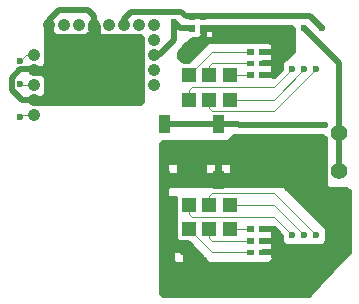
<source format=gtl>
*
%FSLAX33Y33*%
%MOMM*%
%ADD10C,0.500000*%
%ADD11C,0.600000*%
%ADD12C,0.050800*%
%ADD13R,0.152400X0.152400*%
%ADD14C,0.152400*%
%ADD15C,0.127000*%
%ADD16C,0.076200*%
%ADD17C,0.025400*%
%ADD18C,0.025000*%
%ADD19R,0.482600X0.482600*%
%ADD20R,0.050800X0.050800*%
%ADD21R,0.736600X0.736600*%
%ADD22C,0.101600*%
%ADD23R,1.244600X1.244600*%
%ADD24R,2.235200X2.235200*%
%ADD25R,1.397000X1.397000*%
%ADD26C,1.397000*%
%ADD27C,1.092200*%
%ADD28R,0.533400X0.533400*%
%ADD29C,0.533400*%
%ADD30C,0.508000*%
%ADD31C,0.355600*%
%ADD32R,1.498600X1.498600*%
%ADD33R,0.990600X0.990600*%
%ADD34R,1.727200X1.727200*%
%ADD35R,0.406400X0.406400*%
%ADD36C,0.406400*%
%ADD37C,0.381000*%
%ADD38C,0.279400*%
%ADD39R,0.279400X0.279400*%
%ADD40C,0.254000*%
%ADD41C,0.203200*%
%ADD42R,0.203200X0.203200*%
%ADD43C,0.330200*%
%ADD44R,1.625600X1.625600*%
%ADD45C,3.175000*%
%ADD46C,2.590800*%
%ADD47C,0.304800*%
%ADD48C,0.177800*%
%ADD49R,0.228600X0.228600*%
%ADD50C,1.400000*%
%ADD51R,0.900000X0.900000*%
%ADD52R,0.500000X0.500000*%
%ADD53C,1.050000*%
%ADD54C,0.120000*%
%ADD55R,1.200000X1.200000*%
%IPPOS*%
%LNtop*%
%LPD*%
G54D10*
X9250Y23750D02*
Y24500D01*
X8750Y25000D01*
X6250D01*
X5440Y24190D01*
Y23750D01*
X4110Y20000D02*
X3000D01*
X2250Y19250D01*
Y18250D01*
X3100Y17400D01*
X4170D01*
X23500Y19500D02*
X24500D01*
G54D11*
D03*
G54D10*
X23500Y20500D02*
X24500D01*
G54D11*
D03*
G54D10*
X23500Y21500D02*
X24500D01*
G54D11*
D03*
G54D10*
X23500Y4500D02*
X24500D01*
G54D11*
D03*
G54D10*
X23500Y5500D02*
X24500D01*
G54D11*
D03*
G54D10*
X23500Y6500D02*
X24500D01*
G54D11*
D03*
X9500Y22000D03*
G54D10*
X4110Y20000D02*
X4170Y19940D01*
G54D12*
X9489Y23975D02*
X9725Y23739D01*
Y22975D01*
X13239D01*
X13475Y22739D01*
Y17261D01*
X13239Y17025D01*
X4025D01*
Y17725D01*
X4761D01*
X5025Y17989D01*
Y19261D01*
X4761Y19525D01*
X4025D01*
Y20225D01*
X4761D01*
X5025Y20489D01*
Y23739D01*
X5261Y23975D01*
X5489D01*
X5725Y23739D01*
Y23239D01*
X5989Y22975D01*
X8511D01*
X8775Y23239D01*
Y23739D01*
X9011Y23975D01*
X9489D01*
X4826Y17750D02*
X13449D01*
X5051Y18000D02*
X13449D01*
X5051Y19250D02*
X13449D01*
X4826Y19500D02*
X13449D01*
X4826Y20250D02*
X13449D01*
X5051Y20500D02*
X13449D01*
X5076Y23750D02*
X5674D01*
X5051Y23250D02*
X5699D01*
X5051Y23000D02*
X5924D01*
X8576D02*
X9699D01*
X8801Y23250D02*
X9699D01*
X8826Y23750D02*
X9674D01*
X5051Y22750D02*
X13424D01*
X4051Y17250D02*
X13424D01*
G54D13*
X4076Y17076D02*
Y17174D01*
G54D14*
Y17076D02*
X13218D01*
G54D15*
X4063Y17186D02*
X13347D01*
X4063Y17187D02*
X13347D01*
X13224Y17064D02*
X13347Y17187D01*
X4063Y17064D02*
X13224D01*
G54D16*
X4038Y17212D02*
X13408D01*
X13234Y17038D02*
X13408Y17212D01*
X4038Y17038D02*
X13234D01*
G54D17*
X4013Y17237D02*
X13469D01*
X13245Y17013D02*
X13469Y17237D01*
X4013Y17013D02*
X13245D01*
G54D18*
X4012Y17238D02*
X13470D01*
X13245Y17013D02*
X13470Y17238D01*
G54D19*
X4241Y17491D02*
X13259D01*
G54D20*
X4025Y17725D02*
X13475D01*
G54D21*
X4368Y19868D02*
X13132D01*
G54D20*
X4025Y20225D02*
X13475D01*
G54D13*
X13424Y17826D02*
Y17924D01*
G54D14*
X4934Y17826D02*
X13424D01*
G54D15*
X5026Y17936D02*
X13436D01*
G54D22*
X4786Y17714D02*
X5036Y17964D01*
X5021Y17949D02*
X13449D01*
X4873Y17801D02*
X13449D01*
G54D13*
X13424Y19326D02*
Y19424D01*
G54D14*
X5032Y19326D02*
X13424D01*
G54D15*
X4903Y19436D02*
X13436D01*
X4903Y19437D02*
X13436D01*
X5026Y19314D02*
X13436D01*
X4795Y19545D02*
X5045Y19295D01*
G54D13*
X13424Y20326D02*
Y20424D01*
G54D14*
X4934Y20326D02*
X13424D01*
G54D15*
X5026Y20436D02*
X13436D01*
G54D22*
X4786Y20214D02*
X5036Y20464D01*
X5021Y20449D02*
X13449D01*
X4873Y20301D02*
X13449D01*
G54D23*
X5622Y18622D02*
X12878D01*
G54D20*
X5025Y19225D02*
X13475D01*
G54D24*
X6118Y21618D02*
X12382D01*
G54D20*
X5025Y22725D02*
X13475D01*
G54D13*
X5076Y22826D02*
Y22924D01*
G54D14*
Y22826D02*
X13316D01*
G54D15*
X5064Y22936D02*
X13224D01*
G54D22*
X5051Y22949D02*
X13229D01*
X13377Y22801D01*
X5051D02*
X13377D01*
G54D12*
X5025Y22975D02*
X13239D01*
X13439Y22775D01*
X5025D02*
X13439D01*
G54D18*
X13245Y22987D02*
X13470Y22763D01*
X5013D02*
X13470D01*
G54D13*
X5076Y23076D02*
Y23174D01*
G54D14*
Y23076D02*
X5816D01*
G54D15*
X5064Y23186D02*
X5724D01*
G54D22*
X5051Y23199D02*
X5729D01*
X5714Y23214D02*
X5964Y22964D01*
X5051Y23051D02*
X5877D01*
G54D19*
X5241Y23491D02*
X5509D01*
G54D20*
X5025Y23725D02*
X5725D01*
G54D14*
X5184Y23826D02*
X5566D01*
G54D15*
X5276Y23936D02*
X5474D01*
G54D22*
X5123Y23801D02*
X5271Y23949D01*
X5479D01*
X5627Y23801D01*
X5123D02*
X5627D01*
G54D12*
X5061Y23775D02*
X5261Y23975D01*
X5489D01*
X5689Y23775D01*
X5061D02*
X5689D01*
G54D18*
X5030Y23763D02*
X5255Y23987D01*
X5495D02*
X5720Y23763D01*
X5030D02*
X5720D01*
G54D13*
X9674Y23076D02*
Y23174D01*
G54D14*
X8684Y23076D02*
X9674D01*
G54D15*
X8776Y23186D02*
X9686D01*
G54D22*
X8536Y22964D02*
X8786Y23214D01*
X8771Y23199D02*
X9699D01*
X8623Y23051D02*
X9699D01*
G54D19*
X8991Y23491D02*
X9509D01*
G54D20*
X8775Y23725D02*
X9725D01*
G54D14*
X8934Y23826D02*
X9566D01*
G54D15*
X9026Y23936D02*
X9474D01*
G54D22*
X8873Y23801D02*
X9021Y23949D01*
X9479D01*
X9627Y23801D01*
X8873D02*
X9627D01*
G54D12*
X8811Y23775D02*
X9011Y23975D01*
X9489D01*
X9689Y23775D01*
X8811D02*
X9689D01*
G54D18*
X8780Y23763D02*
X9005Y23987D01*
X9495D02*
X9720Y23763D01*
X8780D02*
X9720D01*
G54D11*
X12500Y18750D03*
G54D12*
X14775Y1011D02*
Y13739D01*
X15011Y13975D01*
X20511D01*
X21011Y14475D01*
X28739D01*
X28975Y14239D01*
Y10239D01*
X29239Y9975D01*
X30739D01*
X30975Y9739D01*
Y4510D01*
X27489Y775D01*
X15011D01*
X14775Y1011D01*
X15475Y9225D02*
X16225D01*
Y5739D01*
X16489Y5475D01*
X17239D01*
X18989Y3725D01*
X24011D01*
X24275Y3989D01*
Y6725D01*
X24489D01*
X25225Y5989D01*
Y5489D01*
X25489Y5225D01*
X28511D01*
X28775Y5489D01*
Y6511D01*
X25261Y10025D01*
X15475D01*
Y9225D01*
Y11225D02*
X16275D01*
Y12025D01*
X15475D01*
Y11225D01*
X15975Y3725D02*
X16775D01*
Y4525D01*
X15975D01*
Y3725D01*
X18725Y11225D02*
X19525D01*
Y12025D01*
X18725D01*
Y11225D01*
X19975D02*
X20775D01*
Y12025D01*
X19975D01*
Y11225D01*
X20576Y14000D02*
X28949D01*
X20826Y14250D02*
X28924D01*
X14801Y10250D02*
X28949D01*
X25576Y9750D02*
X30924D01*
X24301Y4500D02*
X30949D01*
X14826Y1000D02*
X27683D01*
X14826Y13750D02*
X28949D01*
X16801Y3750D02*
X18924D01*
X16801Y4500D02*
X18174D01*
X14801D02*
X15949D01*
X14801Y3750D02*
X15949D01*
X20801Y11250D02*
X28949D01*
X20801Y12000D02*
X28949D01*
X19551Y11250D02*
X19949D01*
X19551Y12000D02*
X19949D01*
X14801Y5750D02*
X16199D01*
X14801Y5500D02*
X16424D01*
X24076Y3750D02*
X30249D01*
X24301Y4000D02*
X30483D01*
X24301Y6000D02*
X25174D01*
X24301Y5500D02*
X25199D01*
X24301Y5250D02*
X25424D01*
X28576D02*
X30949D01*
X28801Y5500D02*
X30949D01*
X28801Y6500D02*
X30949D01*
X25326Y10000D02*
X29174D01*
X14801D02*
X15449D01*
X14801Y9250D02*
X15449D01*
X16301Y11250D02*
X18699D01*
X16301Y12000D02*
X18699D01*
X14801D02*
X15449D01*
X14801Y11250D02*
X15449D01*
G54D25*
X15449Y1699D02*
Y3052D01*
G54D26*
Y1699D02*
X27430D01*
X15449Y3051D02*
X28693D01*
G54D27*
X15296Y3204D02*
X29043D01*
X27334Y1373D02*
X29901Y4123D01*
X15296Y1546D02*
X27496D01*
G54D14*
X15032Y826D02*
X27467D01*
G54D15*
X14903Y936D02*
X27587D01*
X14903Y937D02*
X27587D01*
X27472Y814D02*
X27687Y1043D01*
X15026Y814D02*
X27472D01*
X14903Y937D02*
X15026Y814D01*
G54D16*
X14842Y962D02*
X27646D01*
X27483Y788D02*
X27705Y1026D01*
X15016Y788D02*
X27483D01*
X14842Y962D02*
X15016Y788D01*
G54D17*
X14781Y987D02*
X27704D01*
X27494Y763D02*
X27724Y1009D01*
X15005Y763D02*
X27494D01*
X14781Y987D02*
X15005Y763D01*
G54D18*
X14780Y987D02*
X27705D01*
X14780D02*
X15005Y763D01*
G54D21*
X15118Y4118D02*
X15632D01*
G54D20*
X14775Y4475D02*
X15975D01*
G54D28*
X15017Y4767D02*
Y5233D01*
G54D29*
Y4767D02*
X17606D01*
G54D30*
X15004Y5246D02*
X17145D01*
G54D31*
X14928Y5322D02*
X17176D01*
X18124Y4374D01*
X14928Y4678D02*
X17821D01*
G54D15*
X14814Y5437D02*
X17224D01*
X18205Y4455D01*
G54D16*
X14788Y5462D02*
X17234D01*
X18223Y4473D01*
G54D17*
X14763Y5487D02*
X17245D01*
X18241Y4491D01*
G54D13*
X14826Y5576D02*
Y5674D01*
G54D14*
Y5576D02*
X16316D01*
G54D15*
X14814Y5686D02*
X16224D01*
G54D22*
X14801Y5699D02*
X16229D01*
X16214Y5714D02*
X16464Y5464D01*
X14801Y5551D02*
X16377D01*
G54D32*
X15499Y6499D02*
Y8501D01*
G54D20*
X16225Y5775D02*
Y9225D01*
G54D21*
X15118Y9618D02*
X15132D01*
G54D20*
X14775Y9975D02*
X15475D01*
G54D13*
X14826Y10076D02*
Y10174D01*
G54D14*
Y10076D02*
X29066D01*
G54D15*
X14814Y10186D02*
X28974D01*
G54D22*
X14801Y10199D02*
X28979D01*
X28964Y10214D02*
X29214Y9964D01*
X14801Y10051D02*
X29127D01*
G54D33*
X15245Y10745D02*
X28505D01*
G54D20*
X14775Y11225D02*
X28975D01*
G54D21*
X15118Y11618D02*
X15132D01*
G54D20*
X14775Y11975D02*
X15475D01*
G54D34*
X15614Y12864D02*
X28136D01*
G54D20*
X14775Y13725D02*
X28975D01*
G54D13*
X28924Y13826D02*
Y13924D01*
G54D14*
X14934Y13826D02*
X28924D01*
G54D15*
X15026Y13936D02*
X28937D01*
G54D22*
X14873Y13801D02*
X15021Y13949D01*
X28949D01*
X14873Y13801D02*
X28949D01*
G54D12*
X14811Y13775D02*
X15011Y13975D01*
X28975D01*
X14811Y13775D02*
X28975D01*
G54D18*
X14780Y13763D02*
X15005Y13987D01*
X14780Y13763D02*
X28988D01*
G54D21*
X16618Y11618D02*
X18382D01*
G54D20*
X16275Y11975D02*
X18725D01*
G54D35*
X16953Y3953D02*
Y4297D01*
G54D36*
Y3953D02*
X18509D01*
G54D37*
X16941Y4309D02*
X18171D01*
G54D38*
X16890Y4360D02*
X18192D01*
X18151Y4401D02*
X18901Y3651D01*
X16890Y3890D02*
X18663D01*
G54D19*
X19741Y11491D02*
Y11759D01*
G54D20*
X19975Y11275D02*
Y11975D01*
G54D13*
X28924Y14076D02*
Y14174D01*
G54D14*
X20684Y14076D02*
X28924D01*
G54D15*
X20776Y14186D02*
X28937D01*
G54D22*
X20536Y13964D02*
X20786Y14214D01*
X20771Y14199D02*
X28949D01*
X20623Y14051D02*
X28949D01*
G54D21*
X21118Y11618D02*
X28632D01*
G54D20*
X20775Y11975D02*
X28975D01*
G54D14*
X20934Y14326D02*
X28816D01*
G54D15*
X21026Y14436D02*
X28724D01*
G54D22*
X20786Y14214D02*
X21021Y14449D01*
X28729D01*
X28877Y14301D01*
X20873D02*
X28877D01*
G54D12*
X20768Y14232D02*
X21011Y14475D01*
X28739D01*
X28939Y14275D01*
X20811D02*
X28939D01*
G54D18*
X28745Y14487D02*
X28970Y14263D01*
X20780D02*
X28970D01*
G54D14*
X24184Y3826D02*
X30267D01*
G54D15*
X24276Y3936D02*
X30387D01*
G54D22*
X24036Y3714D02*
X24286Y3964D01*
X24271Y3949D02*
X30416D01*
X30263Y3785D02*
X30496Y4035D01*
X24123Y3801D02*
X30278D01*
G54D39*
X24390Y4140D02*
Y4360D01*
G54D38*
Y4140D02*
X30473D01*
G54D40*
X24377Y4373D02*
X30708D01*
G54D41*
X24352Y4398D02*
X30766D01*
X30459Y4069D02*
X30766Y4398D01*
X24352Y4102D02*
X30489D01*
G54D16*
X24288Y4462D02*
X30912D01*
X30505Y4026D02*
X30912Y4462D01*
G54D17*
X24263Y4487D02*
X30971D01*
X30524Y4009D02*
X30971Y4487D01*
G54D18*
X24263Y4488D02*
X30971D01*
X30524Y4009D02*
X30971Y4488D01*
G54D21*
X24618Y4868D02*
X30632D01*
G54D20*
X24275Y5225D02*
X30975D01*
G54D13*
X24326Y5326D02*
Y5424D01*
G54D14*
Y5326D02*
X25316D01*
G54D15*
X24313Y5436D02*
X25224D01*
G54D22*
X24301Y5449D02*
X25229D01*
X25214Y5464D02*
X25464Y5214D01*
X24301Y5301D02*
X25377D01*
G54D19*
X24491Y5741D02*
X25009D01*
G54D20*
X24275Y5975D02*
X25225D01*
G54D42*
X24352Y6102D02*
Y6648D01*
G54D43*
X24415Y6165D02*
X24851D01*
X24415Y6470D02*
X24547D01*
G54D14*
X24326Y6674D02*
X24468D01*
G54D40*
X24377Y6623D02*
X24447D01*
X24943Y6127D01*
X24377D02*
X24943D01*
G54D22*
X24301Y6699D02*
X24479D01*
X25127Y6051D01*
X24301D02*
X25127D01*
G54D12*
X24275Y6725D02*
X24489D01*
X25189Y6025D01*
X24275D02*
X25189D01*
G54D18*
X24495Y6737D02*
X25220Y6012D01*
X24263D02*
X25220D01*
G54D14*
X25532Y9826D02*
X30816D01*
G54D15*
X25403Y9936D02*
X30724D01*
X25403Y9936D02*
X30724D01*
X30847Y9814D01*
X25526D02*
X30847D01*
X25295Y10045D02*
X25545Y9795D01*
G54D16*
X25342Y9962D02*
X30734D01*
X30908Y9788D01*
X25516D02*
X30908D01*
G54D17*
X25281Y9987D02*
X30745D01*
X30969Y9763D01*
X25505D02*
X30969D01*
G54D18*
X30745Y9987D02*
X30970Y9763D01*
X25505D02*
X30970D01*
G54D44*
X30187Y7313D02*
Y8937D01*
G54D45*
X29408Y8087D02*
X29413D01*
G54D22*
X25623Y9699D02*
X30949D01*
G54D46*
X28627Y8455D02*
X29705D01*
X29287Y7795D02*
X29705D01*
X26416Y10666D02*
X29666Y7416D01*
G54D13*
X30924Y5326D02*
Y5424D01*
G54D14*
X28684Y5326D02*
X30924D01*
G54D15*
X28776Y5436D02*
X30937D01*
G54D22*
X28536Y5214D02*
X28786Y5464D01*
X28771Y5449D02*
X30949D01*
X28623Y5301D02*
X30949D01*
G54D33*
X29245Y5995D02*
X30505D01*
G54D20*
X28775Y6475D02*
X30975D01*
G54D12*
X16275Y21011D02*
Y21489D01*
X17511Y22725D01*
X18011D01*
X18275Y22989D01*
Y23725D01*
X25989D01*
X26225Y23489D01*
Y21511D01*
X25225Y20511D01*
Y20011D01*
X24489Y19275D01*
X24275D01*
Y22011D01*
X24011Y22275D01*
X18989D01*
X17239Y20525D01*
X16761D01*
X16275Y21011D01*
X18725Y22725D02*
X19275D01*
Y23275D01*
X18725D01*
Y22725D01*
X24301Y22000D02*
X26199D01*
X24076Y22250D02*
X26199D01*
X17076D02*
X18924D01*
X16326Y21000D02*
X17674D01*
X16326Y21500D02*
X18174D01*
X18076Y22750D02*
X18699D01*
X18301Y23000D02*
X18699D01*
X18301Y23250D02*
X18699D01*
X18301Y23500D02*
X26174D01*
X24301Y21500D02*
X26174D01*
X24301Y20500D02*
X25199D01*
X24301Y20000D02*
X25174D01*
X19301Y22750D02*
X26199D01*
X19301Y23250D02*
X26199D01*
G54D39*
X16390Y21140D02*
Y21360D01*
G54D38*
Y21140D02*
X17692D01*
G54D40*
X16377Y21373D02*
X17943D01*
G54D41*
X16352Y21398D02*
X18005D01*
X17678Y21072D02*
X18178Y21572D01*
X16352Y21102D02*
X17708D01*
G54D38*
X16808Y20640D02*
X17192D01*
G54D40*
X16557Y20873D02*
X17443D01*
G54D41*
X16495Y20898D02*
X17505D01*
X17208Y20602D02*
X17678Y21072D01*
X16792Y20602D02*
X17208D01*
X16495Y20898D02*
X16792Y20602D01*
G54D16*
X16342Y20962D02*
X17658D01*
X17234Y20538D02*
X17723Y21027D01*
X16766Y20538D02*
X17234D01*
X16342Y20962D02*
X16766Y20538D01*
G54D17*
X16281Y20987D02*
X17719D01*
X17245Y20513D02*
X17741Y21009D01*
X16755Y20513D02*
X17245D01*
X16281Y20987D02*
X16755Y20513D01*
G54D18*
X16280Y20987D02*
X17720D01*
X16280D02*
X16755Y20513D01*
G54D36*
X16741Y21703D02*
X18166D01*
G54D37*
X17079Y22059D02*
X18540D01*
G54D47*
X16618Y21652D02*
X17108Y22142D01*
X17063Y22098D02*
X18632D01*
X18142Y21608D02*
X18892Y22358D01*
X16618Y21652D02*
X18187D01*
G54D15*
X16403Y21563D02*
X17045Y22205D01*
X16403Y21563D02*
X18224D01*
G54D16*
X16342Y21538D02*
X17027Y22223D01*
X16342Y21538D02*
X18234D01*
G54D17*
X16281Y21513D02*
X17009Y22241D01*
X16281Y21513D02*
X18245D01*
G54D18*
X16280Y21512D02*
X17009Y22241D01*
X16280Y21512D02*
X18245D01*
G54D39*
X26110Y22390D02*
Y22610D01*
G54D38*
X17337Y22390D02*
X26110D01*
G54D40*
X17553Y22623D02*
X26123D01*
G54D48*
X17063Y22187D02*
X17537Y22661D01*
X26161D01*
X17215Y22339D02*
X26161D01*
G54D16*
X17027Y22223D02*
X17516Y22712D01*
X26212D01*
G54D17*
X17009Y22241D02*
X17505Y22737D01*
X26237D01*
G54D13*
X18674Y22826D02*
Y22924D01*
G54D14*
X18184Y22826D02*
X18674D01*
G54D15*
X18276Y22936D02*
X18687D01*
G54D22*
X18036Y22714D02*
X18286Y22964D01*
X18271Y22949D02*
X18699D01*
X18123Y22801D02*
X18699D01*
G54D49*
X18364Y23114D02*
X18636D01*
G54D20*
X18275Y23225D02*
X18725D01*
G54D49*
X18364Y23364D02*
X26136D01*
G54D20*
X18275Y23475D02*
X26225D01*
G54D13*
X18326Y23576D02*
Y23674D01*
G54D14*
Y23576D02*
X26066D01*
G54D15*
X18313Y23686D02*
X25974D01*
G54D22*
X18301Y23699D02*
X25979D01*
X26127Y23551D01*
X18301D02*
X26127D01*
G54D12*
X18275Y23725D02*
X25989D01*
X26189Y23525D01*
X18275D02*
X26189D01*
G54D18*
X25995Y23737D02*
X26220Y23513D01*
X18263D02*
X26220D01*
G54D19*
X19491Y22991D02*
X26009D01*
G54D20*
X19275Y23225D02*
X26225D01*
G54D13*
X26174Y22076D02*
Y22174D01*
G54D14*
X24282Y22076D02*
X26174D01*
G54D15*
X24153Y22186D02*
X26187D01*
X24153Y22187D02*
X26187D01*
X24276Y22063D02*
X26187D01*
X24045Y22295D02*
X24295Y22045D01*
G54D42*
X24352Y19352D02*
Y19898D01*
G54D43*
X24415Y19415D02*
X24432D01*
X24415Y19720D02*
X24736D01*
G54D14*
X24326Y19924D02*
X25066D01*
G54D40*
X24377Y19873D02*
X24943D01*
X24447Y19377D02*
X24943Y19873D01*
X24377Y19377D02*
X24447D01*
G54D22*
X24301Y19949D02*
X25127D01*
X24479Y19301D02*
X25127Y19949D01*
X24301Y19301D02*
X24479D01*
G54D12*
X24275Y19975D02*
X25189D01*
X24489Y19275D02*
X25189Y19975D01*
X24275Y19275D02*
X24489D01*
G54D18*
X24263Y19987D02*
X25220D01*
X24495Y19263D02*
X25220Y19987D01*
G54D19*
X24491Y20241D02*
X25009D01*
G54D20*
X24275Y20475D02*
X25225D01*
G54D28*
X24517Y20767D02*
Y21233D01*
G54D29*
Y20767D02*
X25140D01*
G54D30*
X24504Y21246D02*
X25637D01*
G54D36*
X24453Y21297D02*
X25759D01*
X25106Y20644D02*
X25759Y21297D01*
X24453Y20703D02*
X25166D01*
G54D14*
X24326Y21424D02*
X26066D01*
X25196Y20554D02*
X26066Y21424D01*
G54D16*
X24288Y21462D02*
X26158D01*
X25223Y20527D02*
X26158Y21462D01*
G54D17*
X24263Y21487D02*
X26219D01*
X25241Y20509D02*
X26219Y21487D01*
G54D18*
X24263Y21487D02*
X26220D01*
X25241Y20509D02*
X26220Y21487D01*
G54D19*
X24491Y21741D02*
X26009D01*
G54D20*
X24275Y21975D02*
X26225D01*
G54D11*
X25000Y14000D03*
Y11000D03*
X23000D03*
Y14000D03*
X21000D03*
Y11000D03*
X30000Y9000D03*
Y7000D03*
Y4000D03*
X27000D03*
Y1250D03*
X24000D03*
Y3000D03*
X21000D03*
Y1250D03*
X18000D03*
Y3000D03*
X15000D03*
Y1250D03*
Y5000D03*
Y7000D03*
Y9000D03*
G54D50*
X17000Y21150D03*
Y4850D03*
G54D51*
X19800Y10325D02*
Y10975D01*
X15200Y10325D02*
Y10975D01*
G54D52*
X18500Y23450D02*
Y23550D01*
X23450Y21500D02*
X23550D01*
X23450Y4500D02*
X23550D01*
X23450Y6500D02*
X23550D01*
X23450Y19500D02*
X23550D01*
X23450Y5500D02*
X23550D01*
X23450Y20500D02*
X23550D01*
G54D53*
X4170Y17400D03*
Y19940D03*
X5440Y23750D03*
X9250D03*
G54D10*
X14330Y21210D02*
X14710D01*
X16000Y22500D01*
Y24000D01*
X30000Y11400D02*
Y14600D01*
Y20500D01*
X27000Y23500D01*
X17500D02*
X16500D01*
X16000Y24000D01*
G54D11*
D03*
X27000Y23500D03*
G54D50*
X30000Y14600D03*
Y11400D03*
G54D52*
X17500Y23450D02*
Y23550D01*
G54D53*
X14330Y21210D03*
G54D54*
X22500Y5500D02*
X19250D01*
X19000Y5750D01*
Y6450D01*
G54D55*
D03*
G54D52*
X22450Y5500D02*
X22550D01*
G54D54*
X22500Y20500D02*
X19250D01*
X19000Y20250D01*
Y19550D01*
G54D55*
D03*
G54D52*
X22450Y20500D02*
X22550D01*
G54D54*
X22500Y6500D02*
X20800D01*
X20750Y6450D01*
G54D55*
D03*
G54D52*
X22450Y6500D02*
X22550D01*
G54D54*
X22500Y19500D02*
X20800D01*
X20750Y19550D01*
G54D55*
D03*
G54D52*
X22450Y19500D02*
X22550D01*
G54D54*
X22500Y4500D02*
X19200D01*
X17250Y6450D01*
G54D55*
D03*
G54D52*
X22450Y4500D02*
X22550D01*
G54D54*
X22500Y21500D02*
X19200D01*
X17250Y19550D01*
G54D55*
D03*
G54D52*
X22450Y21500D02*
X22550D01*
G54D10*
X18500Y24500D02*
X17500D01*
X15200Y15350D02*
X19800D01*
X28500Y23500D02*
X27500Y24500D01*
X18500D01*
G54D11*
X28500Y23500D03*
X28750Y15250D03*
G54D51*
X19800Y15025D02*
Y15675D01*
X15200Y15025D02*
Y15675D01*
G54D52*
X18500Y24450D02*
Y24550D01*
X17500Y24450D02*
Y24550D01*
G54D53*
X11790Y23750D03*
G54D10*
X28750Y15250D02*
X21500D01*
X21400Y15350D01*
X19800D01*
X11790Y23750D02*
Y24290D01*
X12394Y24894D01*
X16606D01*
X17000Y24500D01*
X17500D01*
G54D54*
X3000Y20750D02*
X3460Y21210D01*
X4170D01*
X19000Y8550D02*
Y9250D01*
X19250Y9500D01*
X24500D01*
X28000Y6000D01*
G54D11*
X3000Y20750D03*
X28000Y20000D03*
Y6000D03*
G54D54*
X19000Y17450D02*
Y16750D01*
X19250Y16500D01*
X24500D01*
X28000Y20000D01*
G54D55*
X19000Y17450D03*
Y8550D03*
G54D53*
X4170Y21210D03*
G54D54*
X20750Y8550D02*
X24450D01*
X27000Y6000D01*
X20750Y17450D02*
X24450D01*
X27000Y20000D01*
G54D11*
X3000Y18750D03*
G54D54*
X4170Y18670D02*
X3080D01*
X3000Y18750D01*
G54D11*
X27000Y20000D03*
Y6000D03*
G54D55*
X20750Y17450D03*
Y8550D03*
G54D53*
X4170Y18670D03*
G54D54*
X17250Y8550D02*
Y7750D01*
X17500Y7500D01*
X24500D01*
X26000Y6000D01*
G54D11*
X3000Y16000D03*
G54D54*
X4170Y16130D02*
X3130D01*
X3000Y16000D01*
G54D11*
X26000Y20000D03*
Y6000D03*
G54D54*
X17250Y17450D02*
Y18250D01*
X17500Y18500D01*
X24500D01*
X26000Y20000D01*
G54D55*
X17250Y17450D03*
Y8550D03*
G54D53*
X4170Y16130D03*
X14330Y18670D03*
Y19940D03*
Y22480D03*
Y23750D03*
X13060D03*
X10520D03*
X7980D03*
X6710D03*
M02*

</source>
